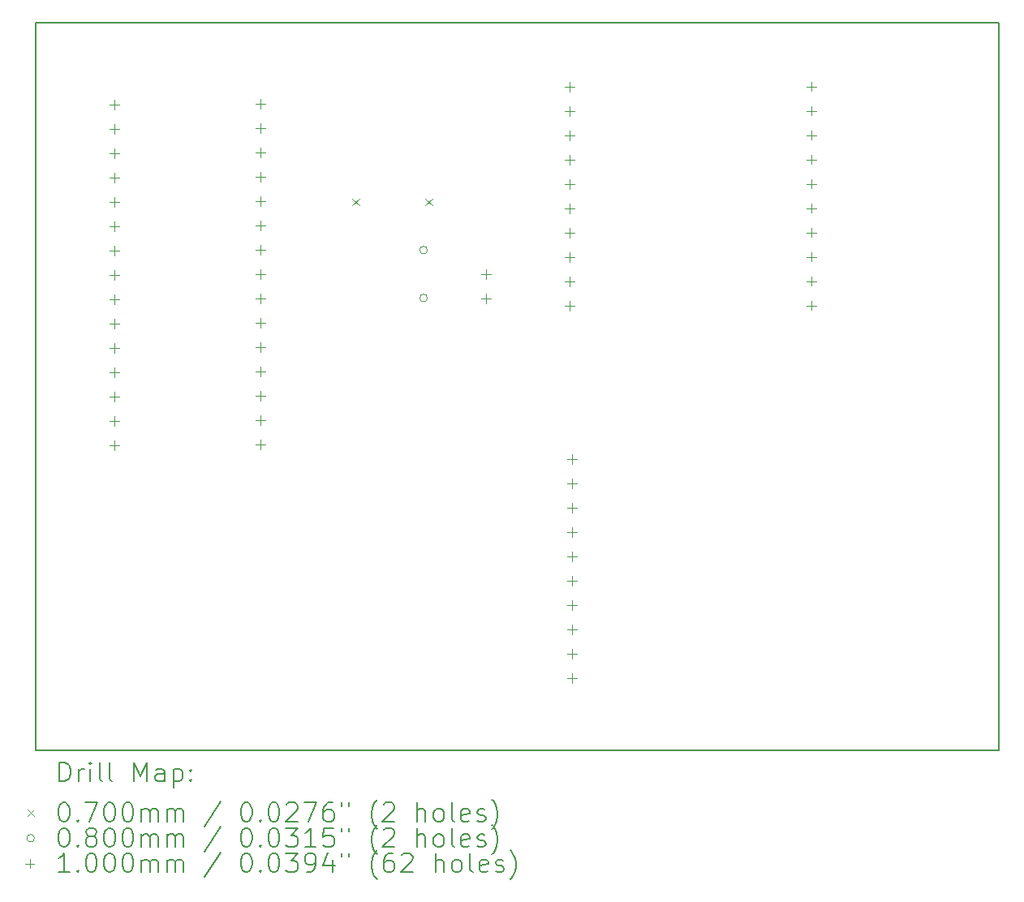
<source format=gbr>
%TF.GenerationSoftware,KiCad,Pcbnew,8.0.1-8.0.1-0~ubuntu23.10.1*%
%TF.CreationDate,2024-04-17T17:53:06-04:00*%
%TF.ProjectId,Bitstream_Evolution_Filterboard,42697473-7472-4656-916d-5f45766f6c75,rev?*%
%TF.SameCoordinates,Original*%
%TF.FileFunction,Drillmap*%
%TF.FilePolarity,Positive*%
%FSLAX45Y45*%
G04 Gerber Fmt 4.5, Leading zero omitted, Abs format (unit mm)*
G04 Created by KiCad (PCBNEW 8.0.1-8.0.1-0~ubuntu23.10.1) date 2024-04-17 17:53:06*
%MOMM*%
%LPD*%
G01*
G04 APERTURE LIST*
%ADD10C,0.200000*%
%ADD11C,0.100000*%
G04 APERTURE END LIST*
D10*
X6050000Y-6819000D02*
X16100000Y-6819000D01*
X16100000Y-14419000D01*
X6050000Y-14419000D01*
X6050000Y-6819000D01*
D11*
X9359000Y-8659000D02*
X9429000Y-8729000D01*
X9429000Y-8659000D02*
X9359000Y-8729000D01*
X10121000Y-8659000D02*
X10191000Y-8729000D01*
X10191000Y-8659000D02*
X10121000Y-8729000D01*
X10140000Y-9194000D02*
G75*
G02*
X10060000Y-9194000I-40000J0D01*
G01*
X10060000Y-9194000D02*
G75*
G02*
X10140000Y-9194000I40000J0D01*
G01*
X10140000Y-9694000D02*
G75*
G02*
X10060000Y-9694000I-40000J0D01*
G01*
X10060000Y-9694000D02*
G75*
G02*
X10140000Y-9694000I40000J0D01*
G01*
X6875000Y-7623000D02*
X6875000Y-7723000D01*
X6825000Y-7673000D02*
X6925000Y-7673000D01*
X6875000Y-7877000D02*
X6875000Y-7977000D01*
X6825000Y-7927000D02*
X6925000Y-7927000D01*
X6875000Y-8131000D02*
X6875000Y-8231000D01*
X6825000Y-8181000D02*
X6925000Y-8181000D01*
X6875000Y-8385000D02*
X6875000Y-8485000D01*
X6825000Y-8435000D02*
X6925000Y-8435000D01*
X6875000Y-8639000D02*
X6875000Y-8739000D01*
X6825000Y-8689000D02*
X6925000Y-8689000D01*
X6875000Y-8893000D02*
X6875000Y-8993000D01*
X6825000Y-8943000D02*
X6925000Y-8943000D01*
X6875000Y-9147000D02*
X6875000Y-9247000D01*
X6825000Y-9197000D02*
X6925000Y-9197000D01*
X6875000Y-9401000D02*
X6875000Y-9501000D01*
X6825000Y-9451000D02*
X6925000Y-9451000D01*
X6875000Y-9655000D02*
X6875000Y-9755000D01*
X6825000Y-9705000D02*
X6925000Y-9705000D01*
X6875000Y-9909000D02*
X6875000Y-10009000D01*
X6825000Y-9959000D02*
X6925000Y-9959000D01*
X6875000Y-10163000D02*
X6875000Y-10263000D01*
X6825000Y-10213000D02*
X6925000Y-10213000D01*
X6875000Y-10417000D02*
X6875000Y-10517000D01*
X6825000Y-10467000D02*
X6925000Y-10467000D01*
X6875000Y-10671000D02*
X6875000Y-10771000D01*
X6825000Y-10721000D02*
X6925000Y-10721000D01*
X6875000Y-10925000D02*
X6875000Y-11025000D01*
X6825000Y-10975000D02*
X6925000Y-10975000D01*
X6875000Y-11179000D02*
X6875000Y-11279000D01*
X6825000Y-11229000D02*
X6925000Y-11229000D01*
X8400000Y-7617000D02*
X8400000Y-7717000D01*
X8350000Y-7667000D02*
X8450000Y-7667000D01*
X8400000Y-7871000D02*
X8400000Y-7971000D01*
X8350000Y-7921000D02*
X8450000Y-7921000D01*
X8400000Y-8125000D02*
X8400000Y-8225000D01*
X8350000Y-8175000D02*
X8450000Y-8175000D01*
X8400000Y-8379000D02*
X8400000Y-8479000D01*
X8350000Y-8429000D02*
X8450000Y-8429000D01*
X8400000Y-8633000D02*
X8400000Y-8733000D01*
X8350000Y-8683000D02*
X8450000Y-8683000D01*
X8400000Y-8887000D02*
X8400000Y-8987000D01*
X8350000Y-8937000D02*
X8450000Y-8937000D01*
X8400000Y-9141000D02*
X8400000Y-9241000D01*
X8350000Y-9191000D02*
X8450000Y-9191000D01*
X8400000Y-9395000D02*
X8400000Y-9495000D01*
X8350000Y-9445000D02*
X8450000Y-9445000D01*
X8400000Y-9649000D02*
X8400000Y-9749000D01*
X8350000Y-9699000D02*
X8450000Y-9699000D01*
X8400000Y-9903000D02*
X8400000Y-10003000D01*
X8350000Y-9953000D02*
X8450000Y-9953000D01*
X8400000Y-10157000D02*
X8400000Y-10257000D01*
X8350000Y-10207000D02*
X8450000Y-10207000D01*
X8400000Y-10411000D02*
X8400000Y-10511000D01*
X8350000Y-10461000D02*
X8450000Y-10461000D01*
X8400000Y-10665000D02*
X8400000Y-10765000D01*
X8350000Y-10715000D02*
X8450000Y-10715000D01*
X8400000Y-10919000D02*
X8400000Y-11019000D01*
X8350000Y-10969000D02*
X8450000Y-10969000D01*
X8400000Y-11173000D02*
X8400000Y-11273000D01*
X8350000Y-11223000D02*
X8450000Y-11223000D01*
X10750000Y-9394000D02*
X10750000Y-9494000D01*
X10700000Y-9444000D02*
X10800000Y-9444000D01*
X10750000Y-9648000D02*
X10750000Y-9748000D01*
X10700000Y-9698000D02*
X10800000Y-9698000D01*
X11625000Y-7442000D02*
X11625000Y-7542000D01*
X11575000Y-7492000D02*
X11675000Y-7492000D01*
X11625000Y-7696000D02*
X11625000Y-7796000D01*
X11575000Y-7746000D02*
X11675000Y-7746000D01*
X11625000Y-7950000D02*
X11625000Y-8050000D01*
X11575000Y-8000000D02*
X11675000Y-8000000D01*
X11625000Y-8204000D02*
X11625000Y-8304000D01*
X11575000Y-8254000D02*
X11675000Y-8254000D01*
X11625000Y-8458000D02*
X11625000Y-8558000D01*
X11575000Y-8508000D02*
X11675000Y-8508000D01*
X11625000Y-8712000D02*
X11625000Y-8812000D01*
X11575000Y-8762000D02*
X11675000Y-8762000D01*
X11625000Y-8966000D02*
X11625000Y-9066000D01*
X11575000Y-9016000D02*
X11675000Y-9016000D01*
X11625000Y-9220000D02*
X11625000Y-9320000D01*
X11575000Y-9270000D02*
X11675000Y-9270000D01*
X11625000Y-9474000D02*
X11625000Y-9574000D01*
X11575000Y-9524000D02*
X11675000Y-9524000D01*
X11625000Y-9728000D02*
X11625000Y-9828000D01*
X11575000Y-9778000D02*
X11675000Y-9778000D01*
X11650000Y-11329000D02*
X11650000Y-11429000D01*
X11600000Y-11379000D02*
X11700000Y-11379000D01*
X11650000Y-11583000D02*
X11650000Y-11683000D01*
X11600000Y-11633000D02*
X11700000Y-11633000D01*
X11650000Y-11837000D02*
X11650000Y-11937000D01*
X11600000Y-11887000D02*
X11700000Y-11887000D01*
X11650000Y-12091000D02*
X11650000Y-12191000D01*
X11600000Y-12141000D02*
X11700000Y-12141000D01*
X11650000Y-12345000D02*
X11650000Y-12445000D01*
X11600000Y-12395000D02*
X11700000Y-12395000D01*
X11650000Y-12599000D02*
X11650000Y-12699000D01*
X11600000Y-12649000D02*
X11700000Y-12649000D01*
X11650000Y-12853000D02*
X11650000Y-12953000D01*
X11600000Y-12903000D02*
X11700000Y-12903000D01*
X11650000Y-13107000D02*
X11650000Y-13207000D01*
X11600000Y-13157000D02*
X11700000Y-13157000D01*
X11650000Y-13361000D02*
X11650000Y-13461000D01*
X11600000Y-13411000D02*
X11700000Y-13411000D01*
X11650000Y-13615000D02*
X11650000Y-13715000D01*
X11600000Y-13665000D02*
X11700000Y-13665000D01*
X14150000Y-7436000D02*
X14150000Y-7536000D01*
X14100000Y-7486000D02*
X14200000Y-7486000D01*
X14150000Y-7690000D02*
X14150000Y-7790000D01*
X14100000Y-7740000D02*
X14200000Y-7740000D01*
X14150000Y-7944000D02*
X14150000Y-8044000D01*
X14100000Y-7994000D02*
X14200000Y-7994000D01*
X14150000Y-8198000D02*
X14150000Y-8298000D01*
X14100000Y-8248000D02*
X14200000Y-8248000D01*
X14150000Y-8452000D02*
X14150000Y-8552000D01*
X14100000Y-8502000D02*
X14200000Y-8502000D01*
X14150000Y-8706000D02*
X14150000Y-8806000D01*
X14100000Y-8756000D02*
X14200000Y-8756000D01*
X14150000Y-8960000D02*
X14150000Y-9060000D01*
X14100000Y-9010000D02*
X14200000Y-9010000D01*
X14150000Y-9214000D02*
X14150000Y-9314000D01*
X14100000Y-9264000D02*
X14200000Y-9264000D01*
X14150000Y-9468000D02*
X14150000Y-9568000D01*
X14100000Y-9518000D02*
X14200000Y-9518000D01*
X14150000Y-9722000D02*
X14150000Y-9822000D01*
X14100000Y-9772000D02*
X14200000Y-9772000D01*
D10*
X6300777Y-14740484D02*
X6300777Y-14540484D01*
X6300777Y-14540484D02*
X6348396Y-14540484D01*
X6348396Y-14540484D02*
X6376967Y-14550008D01*
X6376967Y-14550008D02*
X6396015Y-14569055D01*
X6396015Y-14569055D02*
X6405539Y-14588103D01*
X6405539Y-14588103D02*
X6415062Y-14626198D01*
X6415062Y-14626198D02*
X6415062Y-14654769D01*
X6415062Y-14654769D02*
X6405539Y-14692865D01*
X6405539Y-14692865D02*
X6396015Y-14711912D01*
X6396015Y-14711912D02*
X6376967Y-14730960D01*
X6376967Y-14730960D02*
X6348396Y-14740484D01*
X6348396Y-14740484D02*
X6300777Y-14740484D01*
X6500777Y-14740484D02*
X6500777Y-14607150D01*
X6500777Y-14645246D02*
X6510301Y-14626198D01*
X6510301Y-14626198D02*
X6519824Y-14616674D01*
X6519824Y-14616674D02*
X6538872Y-14607150D01*
X6538872Y-14607150D02*
X6557920Y-14607150D01*
X6624586Y-14740484D02*
X6624586Y-14607150D01*
X6624586Y-14540484D02*
X6615062Y-14550008D01*
X6615062Y-14550008D02*
X6624586Y-14559531D01*
X6624586Y-14559531D02*
X6634110Y-14550008D01*
X6634110Y-14550008D02*
X6624586Y-14540484D01*
X6624586Y-14540484D02*
X6624586Y-14559531D01*
X6748396Y-14740484D02*
X6729348Y-14730960D01*
X6729348Y-14730960D02*
X6719824Y-14711912D01*
X6719824Y-14711912D02*
X6719824Y-14540484D01*
X6853158Y-14740484D02*
X6834110Y-14730960D01*
X6834110Y-14730960D02*
X6824586Y-14711912D01*
X6824586Y-14711912D02*
X6824586Y-14540484D01*
X7081729Y-14740484D02*
X7081729Y-14540484D01*
X7081729Y-14540484D02*
X7148396Y-14683341D01*
X7148396Y-14683341D02*
X7215062Y-14540484D01*
X7215062Y-14540484D02*
X7215062Y-14740484D01*
X7396015Y-14740484D02*
X7396015Y-14635722D01*
X7396015Y-14635722D02*
X7386491Y-14616674D01*
X7386491Y-14616674D02*
X7367443Y-14607150D01*
X7367443Y-14607150D02*
X7329348Y-14607150D01*
X7329348Y-14607150D02*
X7310301Y-14616674D01*
X7396015Y-14730960D02*
X7376967Y-14740484D01*
X7376967Y-14740484D02*
X7329348Y-14740484D01*
X7329348Y-14740484D02*
X7310301Y-14730960D01*
X7310301Y-14730960D02*
X7300777Y-14711912D01*
X7300777Y-14711912D02*
X7300777Y-14692865D01*
X7300777Y-14692865D02*
X7310301Y-14673817D01*
X7310301Y-14673817D02*
X7329348Y-14664293D01*
X7329348Y-14664293D02*
X7376967Y-14664293D01*
X7376967Y-14664293D02*
X7396015Y-14654769D01*
X7491253Y-14607150D02*
X7491253Y-14807150D01*
X7491253Y-14616674D02*
X7510301Y-14607150D01*
X7510301Y-14607150D02*
X7548396Y-14607150D01*
X7548396Y-14607150D02*
X7567443Y-14616674D01*
X7567443Y-14616674D02*
X7576967Y-14626198D01*
X7576967Y-14626198D02*
X7586491Y-14645246D01*
X7586491Y-14645246D02*
X7586491Y-14702388D01*
X7586491Y-14702388D02*
X7576967Y-14721436D01*
X7576967Y-14721436D02*
X7567443Y-14730960D01*
X7567443Y-14730960D02*
X7548396Y-14740484D01*
X7548396Y-14740484D02*
X7510301Y-14740484D01*
X7510301Y-14740484D02*
X7491253Y-14730960D01*
X7672205Y-14721436D02*
X7681729Y-14730960D01*
X7681729Y-14730960D02*
X7672205Y-14740484D01*
X7672205Y-14740484D02*
X7662682Y-14730960D01*
X7662682Y-14730960D02*
X7672205Y-14721436D01*
X7672205Y-14721436D02*
X7672205Y-14740484D01*
X7672205Y-14616674D02*
X7681729Y-14626198D01*
X7681729Y-14626198D02*
X7672205Y-14635722D01*
X7672205Y-14635722D02*
X7662682Y-14626198D01*
X7662682Y-14626198D02*
X7672205Y-14616674D01*
X7672205Y-14616674D02*
X7672205Y-14635722D01*
D11*
X5970000Y-15034000D02*
X6040000Y-15104000D01*
X6040000Y-15034000D02*
X5970000Y-15104000D01*
D10*
X6338872Y-14960484D02*
X6357920Y-14960484D01*
X6357920Y-14960484D02*
X6376967Y-14970008D01*
X6376967Y-14970008D02*
X6386491Y-14979531D01*
X6386491Y-14979531D02*
X6396015Y-14998579D01*
X6396015Y-14998579D02*
X6405539Y-15036674D01*
X6405539Y-15036674D02*
X6405539Y-15084293D01*
X6405539Y-15084293D02*
X6396015Y-15122388D01*
X6396015Y-15122388D02*
X6386491Y-15141436D01*
X6386491Y-15141436D02*
X6376967Y-15150960D01*
X6376967Y-15150960D02*
X6357920Y-15160484D01*
X6357920Y-15160484D02*
X6338872Y-15160484D01*
X6338872Y-15160484D02*
X6319824Y-15150960D01*
X6319824Y-15150960D02*
X6310301Y-15141436D01*
X6310301Y-15141436D02*
X6300777Y-15122388D01*
X6300777Y-15122388D02*
X6291253Y-15084293D01*
X6291253Y-15084293D02*
X6291253Y-15036674D01*
X6291253Y-15036674D02*
X6300777Y-14998579D01*
X6300777Y-14998579D02*
X6310301Y-14979531D01*
X6310301Y-14979531D02*
X6319824Y-14970008D01*
X6319824Y-14970008D02*
X6338872Y-14960484D01*
X6491253Y-15141436D02*
X6500777Y-15150960D01*
X6500777Y-15150960D02*
X6491253Y-15160484D01*
X6491253Y-15160484D02*
X6481729Y-15150960D01*
X6481729Y-15150960D02*
X6491253Y-15141436D01*
X6491253Y-15141436D02*
X6491253Y-15160484D01*
X6567443Y-14960484D02*
X6700777Y-14960484D01*
X6700777Y-14960484D02*
X6615062Y-15160484D01*
X6815062Y-14960484D02*
X6834110Y-14960484D01*
X6834110Y-14960484D02*
X6853158Y-14970008D01*
X6853158Y-14970008D02*
X6862682Y-14979531D01*
X6862682Y-14979531D02*
X6872205Y-14998579D01*
X6872205Y-14998579D02*
X6881729Y-15036674D01*
X6881729Y-15036674D02*
X6881729Y-15084293D01*
X6881729Y-15084293D02*
X6872205Y-15122388D01*
X6872205Y-15122388D02*
X6862682Y-15141436D01*
X6862682Y-15141436D02*
X6853158Y-15150960D01*
X6853158Y-15150960D02*
X6834110Y-15160484D01*
X6834110Y-15160484D02*
X6815062Y-15160484D01*
X6815062Y-15160484D02*
X6796015Y-15150960D01*
X6796015Y-15150960D02*
X6786491Y-15141436D01*
X6786491Y-15141436D02*
X6776967Y-15122388D01*
X6776967Y-15122388D02*
X6767443Y-15084293D01*
X6767443Y-15084293D02*
X6767443Y-15036674D01*
X6767443Y-15036674D02*
X6776967Y-14998579D01*
X6776967Y-14998579D02*
X6786491Y-14979531D01*
X6786491Y-14979531D02*
X6796015Y-14970008D01*
X6796015Y-14970008D02*
X6815062Y-14960484D01*
X7005539Y-14960484D02*
X7024586Y-14960484D01*
X7024586Y-14960484D02*
X7043634Y-14970008D01*
X7043634Y-14970008D02*
X7053158Y-14979531D01*
X7053158Y-14979531D02*
X7062682Y-14998579D01*
X7062682Y-14998579D02*
X7072205Y-15036674D01*
X7072205Y-15036674D02*
X7072205Y-15084293D01*
X7072205Y-15084293D02*
X7062682Y-15122388D01*
X7062682Y-15122388D02*
X7053158Y-15141436D01*
X7053158Y-15141436D02*
X7043634Y-15150960D01*
X7043634Y-15150960D02*
X7024586Y-15160484D01*
X7024586Y-15160484D02*
X7005539Y-15160484D01*
X7005539Y-15160484D02*
X6986491Y-15150960D01*
X6986491Y-15150960D02*
X6976967Y-15141436D01*
X6976967Y-15141436D02*
X6967443Y-15122388D01*
X6967443Y-15122388D02*
X6957920Y-15084293D01*
X6957920Y-15084293D02*
X6957920Y-15036674D01*
X6957920Y-15036674D02*
X6967443Y-14998579D01*
X6967443Y-14998579D02*
X6976967Y-14979531D01*
X6976967Y-14979531D02*
X6986491Y-14970008D01*
X6986491Y-14970008D02*
X7005539Y-14960484D01*
X7157920Y-15160484D02*
X7157920Y-15027150D01*
X7157920Y-15046198D02*
X7167443Y-15036674D01*
X7167443Y-15036674D02*
X7186491Y-15027150D01*
X7186491Y-15027150D02*
X7215063Y-15027150D01*
X7215063Y-15027150D02*
X7234110Y-15036674D01*
X7234110Y-15036674D02*
X7243634Y-15055722D01*
X7243634Y-15055722D02*
X7243634Y-15160484D01*
X7243634Y-15055722D02*
X7253158Y-15036674D01*
X7253158Y-15036674D02*
X7272205Y-15027150D01*
X7272205Y-15027150D02*
X7300777Y-15027150D01*
X7300777Y-15027150D02*
X7319824Y-15036674D01*
X7319824Y-15036674D02*
X7329348Y-15055722D01*
X7329348Y-15055722D02*
X7329348Y-15160484D01*
X7424586Y-15160484D02*
X7424586Y-15027150D01*
X7424586Y-15046198D02*
X7434110Y-15036674D01*
X7434110Y-15036674D02*
X7453158Y-15027150D01*
X7453158Y-15027150D02*
X7481729Y-15027150D01*
X7481729Y-15027150D02*
X7500777Y-15036674D01*
X7500777Y-15036674D02*
X7510301Y-15055722D01*
X7510301Y-15055722D02*
X7510301Y-15160484D01*
X7510301Y-15055722D02*
X7519824Y-15036674D01*
X7519824Y-15036674D02*
X7538872Y-15027150D01*
X7538872Y-15027150D02*
X7567443Y-15027150D01*
X7567443Y-15027150D02*
X7586491Y-15036674D01*
X7586491Y-15036674D02*
X7596015Y-15055722D01*
X7596015Y-15055722D02*
X7596015Y-15160484D01*
X7986491Y-14950960D02*
X7815063Y-15208103D01*
X8243634Y-14960484D02*
X8262682Y-14960484D01*
X8262682Y-14960484D02*
X8281729Y-14970008D01*
X8281729Y-14970008D02*
X8291253Y-14979531D01*
X8291253Y-14979531D02*
X8300777Y-14998579D01*
X8300777Y-14998579D02*
X8310301Y-15036674D01*
X8310301Y-15036674D02*
X8310301Y-15084293D01*
X8310301Y-15084293D02*
X8300777Y-15122388D01*
X8300777Y-15122388D02*
X8291253Y-15141436D01*
X8291253Y-15141436D02*
X8281729Y-15150960D01*
X8281729Y-15150960D02*
X8262682Y-15160484D01*
X8262682Y-15160484D02*
X8243634Y-15160484D01*
X8243634Y-15160484D02*
X8224586Y-15150960D01*
X8224586Y-15150960D02*
X8215063Y-15141436D01*
X8215063Y-15141436D02*
X8205539Y-15122388D01*
X8205539Y-15122388D02*
X8196015Y-15084293D01*
X8196015Y-15084293D02*
X8196015Y-15036674D01*
X8196015Y-15036674D02*
X8205539Y-14998579D01*
X8205539Y-14998579D02*
X8215063Y-14979531D01*
X8215063Y-14979531D02*
X8224586Y-14970008D01*
X8224586Y-14970008D02*
X8243634Y-14960484D01*
X8396015Y-15141436D02*
X8405539Y-15150960D01*
X8405539Y-15150960D02*
X8396015Y-15160484D01*
X8396015Y-15160484D02*
X8386491Y-15150960D01*
X8386491Y-15150960D02*
X8396015Y-15141436D01*
X8396015Y-15141436D02*
X8396015Y-15160484D01*
X8529348Y-14960484D02*
X8548396Y-14960484D01*
X8548396Y-14960484D02*
X8567444Y-14970008D01*
X8567444Y-14970008D02*
X8576968Y-14979531D01*
X8576968Y-14979531D02*
X8586491Y-14998579D01*
X8586491Y-14998579D02*
X8596015Y-15036674D01*
X8596015Y-15036674D02*
X8596015Y-15084293D01*
X8596015Y-15084293D02*
X8586491Y-15122388D01*
X8586491Y-15122388D02*
X8576968Y-15141436D01*
X8576968Y-15141436D02*
X8567444Y-15150960D01*
X8567444Y-15150960D02*
X8548396Y-15160484D01*
X8548396Y-15160484D02*
X8529348Y-15160484D01*
X8529348Y-15160484D02*
X8510301Y-15150960D01*
X8510301Y-15150960D02*
X8500777Y-15141436D01*
X8500777Y-15141436D02*
X8491253Y-15122388D01*
X8491253Y-15122388D02*
X8481729Y-15084293D01*
X8481729Y-15084293D02*
X8481729Y-15036674D01*
X8481729Y-15036674D02*
X8491253Y-14998579D01*
X8491253Y-14998579D02*
X8500777Y-14979531D01*
X8500777Y-14979531D02*
X8510301Y-14970008D01*
X8510301Y-14970008D02*
X8529348Y-14960484D01*
X8672206Y-14979531D02*
X8681729Y-14970008D01*
X8681729Y-14970008D02*
X8700777Y-14960484D01*
X8700777Y-14960484D02*
X8748396Y-14960484D01*
X8748396Y-14960484D02*
X8767444Y-14970008D01*
X8767444Y-14970008D02*
X8776968Y-14979531D01*
X8776968Y-14979531D02*
X8786491Y-14998579D01*
X8786491Y-14998579D02*
X8786491Y-15017627D01*
X8786491Y-15017627D02*
X8776968Y-15046198D01*
X8776968Y-15046198D02*
X8662682Y-15160484D01*
X8662682Y-15160484D02*
X8786491Y-15160484D01*
X8853158Y-14960484D02*
X8986491Y-14960484D01*
X8986491Y-14960484D02*
X8900777Y-15160484D01*
X9148396Y-14960484D02*
X9110301Y-14960484D01*
X9110301Y-14960484D02*
X9091253Y-14970008D01*
X9091253Y-14970008D02*
X9081729Y-14979531D01*
X9081729Y-14979531D02*
X9062682Y-15008103D01*
X9062682Y-15008103D02*
X9053158Y-15046198D01*
X9053158Y-15046198D02*
X9053158Y-15122388D01*
X9053158Y-15122388D02*
X9062682Y-15141436D01*
X9062682Y-15141436D02*
X9072206Y-15150960D01*
X9072206Y-15150960D02*
X9091253Y-15160484D01*
X9091253Y-15160484D02*
X9129349Y-15160484D01*
X9129349Y-15160484D02*
X9148396Y-15150960D01*
X9148396Y-15150960D02*
X9157920Y-15141436D01*
X9157920Y-15141436D02*
X9167444Y-15122388D01*
X9167444Y-15122388D02*
X9167444Y-15074769D01*
X9167444Y-15074769D02*
X9157920Y-15055722D01*
X9157920Y-15055722D02*
X9148396Y-15046198D01*
X9148396Y-15046198D02*
X9129349Y-15036674D01*
X9129349Y-15036674D02*
X9091253Y-15036674D01*
X9091253Y-15036674D02*
X9072206Y-15046198D01*
X9072206Y-15046198D02*
X9062682Y-15055722D01*
X9062682Y-15055722D02*
X9053158Y-15074769D01*
X9243634Y-14960484D02*
X9243634Y-14998579D01*
X9319825Y-14960484D02*
X9319825Y-14998579D01*
X9615063Y-15236674D02*
X9605539Y-15227150D01*
X9605539Y-15227150D02*
X9586491Y-15198579D01*
X9586491Y-15198579D02*
X9576968Y-15179531D01*
X9576968Y-15179531D02*
X9567444Y-15150960D01*
X9567444Y-15150960D02*
X9557920Y-15103341D01*
X9557920Y-15103341D02*
X9557920Y-15065246D01*
X9557920Y-15065246D02*
X9567444Y-15017627D01*
X9567444Y-15017627D02*
X9576968Y-14989055D01*
X9576968Y-14989055D02*
X9586491Y-14970008D01*
X9586491Y-14970008D02*
X9605539Y-14941436D01*
X9605539Y-14941436D02*
X9615063Y-14931912D01*
X9681730Y-14979531D02*
X9691253Y-14970008D01*
X9691253Y-14970008D02*
X9710301Y-14960484D01*
X9710301Y-14960484D02*
X9757920Y-14960484D01*
X9757920Y-14960484D02*
X9776968Y-14970008D01*
X9776968Y-14970008D02*
X9786491Y-14979531D01*
X9786491Y-14979531D02*
X9796015Y-14998579D01*
X9796015Y-14998579D02*
X9796015Y-15017627D01*
X9796015Y-15017627D02*
X9786491Y-15046198D01*
X9786491Y-15046198D02*
X9672206Y-15160484D01*
X9672206Y-15160484D02*
X9796015Y-15160484D01*
X10034111Y-15160484D02*
X10034111Y-14960484D01*
X10119825Y-15160484D02*
X10119825Y-15055722D01*
X10119825Y-15055722D02*
X10110301Y-15036674D01*
X10110301Y-15036674D02*
X10091253Y-15027150D01*
X10091253Y-15027150D02*
X10062682Y-15027150D01*
X10062682Y-15027150D02*
X10043634Y-15036674D01*
X10043634Y-15036674D02*
X10034111Y-15046198D01*
X10243634Y-15160484D02*
X10224587Y-15150960D01*
X10224587Y-15150960D02*
X10215063Y-15141436D01*
X10215063Y-15141436D02*
X10205539Y-15122388D01*
X10205539Y-15122388D02*
X10205539Y-15065246D01*
X10205539Y-15065246D02*
X10215063Y-15046198D01*
X10215063Y-15046198D02*
X10224587Y-15036674D01*
X10224587Y-15036674D02*
X10243634Y-15027150D01*
X10243634Y-15027150D02*
X10272206Y-15027150D01*
X10272206Y-15027150D02*
X10291253Y-15036674D01*
X10291253Y-15036674D02*
X10300777Y-15046198D01*
X10300777Y-15046198D02*
X10310301Y-15065246D01*
X10310301Y-15065246D02*
X10310301Y-15122388D01*
X10310301Y-15122388D02*
X10300777Y-15141436D01*
X10300777Y-15141436D02*
X10291253Y-15150960D01*
X10291253Y-15150960D02*
X10272206Y-15160484D01*
X10272206Y-15160484D02*
X10243634Y-15160484D01*
X10424587Y-15160484D02*
X10405539Y-15150960D01*
X10405539Y-15150960D02*
X10396015Y-15131912D01*
X10396015Y-15131912D02*
X10396015Y-14960484D01*
X10576968Y-15150960D02*
X10557920Y-15160484D01*
X10557920Y-15160484D02*
X10519825Y-15160484D01*
X10519825Y-15160484D02*
X10500777Y-15150960D01*
X10500777Y-15150960D02*
X10491253Y-15131912D01*
X10491253Y-15131912D02*
X10491253Y-15055722D01*
X10491253Y-15055722D02*
X10500777Y-15036674D01*
X10500777Y-15036674D02*
X10519825Y-15027150D01*
X10519825Y-15027150D02*
X10557920Y-15027150D01*
X10557920Y-15027150D02*
X10576968Y-15036674D01*
X10576968Y-15036674D02*
X10586492Y-15055722D01*
X10586492Y-15055722D02*
X10586492Y-15074769D01*
X10586492Y-15074769D02*
X10491253Y-15093817D01*
X10662682Y-15150960D02*
X10681730Y-15160484D01*
X10681730Y-15160484D02*
X10719825Y-15160484D01*
X10719825Y-15160484D02*
X10738873Y-15150960D01*
X10738873Y-15150960D02*
X10748396Y-15131912D01*
X10748396Y-15131912D02*
X10748396Y-15122388D01*
X10748396Y-15122388D02*
X10738873Y-15103341D01*
X10738873Y-15103341D02*
X10719825Y-15093817D01*
X10719825Y-15093817D02*
X10691253Y-15093817D01*
X10691253Y-15093817D02*
X10672206Y-15084293D01*
X10672206Y-15084293D02*
X10662682Y-15065246D01*
X10662682Y-15065246D02*
X10662682Y-15055722D01*
X10662682Y-15055722D02*
X10672206Y-15036674D01*
X10672206Y-15036674D02*
X10691253Y-15027150D01*
X10691253Y-15027150D02*
X10719825Y-15027150D01*
X10719825Y-15027150D02*
X10738873Y-15036674D01*
X10815063Y-15236674D02*
X10824587Y-15227150D01*
X10824587Y-15227150D02*
X10843634Y-15198579D01*
X10843634Y-15198579D02*
X10853158Y-15179531D01*
X10853158Y-15179531D02*
X10862682Y-15150960D01*
X10862682Y-15150960D02*
X10872206Y-15103341D01*
X10872206Y-15103341D02*
X10872206Y-15065246D01*
X10872206Y-15065246D02*
X10862682Y-15017627D01*
X10862682Y-15017627D02*
X10853158Y-14989055D01*
X10853158Y-14989055D02*
X10843634Y-14970008D01*
X10843634Y-14970008D02*
X10824587Y-14941436D01*
X10824587Y-14941436D02*
X10815063Y-14931912D01*
D11*
X6040000Y-15333000D02*
G75*
G02*
X5960000Y-15333000I-40000J0D01*
G01*
X5960000Y-15333000D02*
G75*
G02*
X6040000Y-15333000I40000J0D01*
G01*
D10*
X6338872Y-15224484D02*
X6357920Y-15224484D01*
X6357920Y-15224484D02*
X6376967Y-15234008D01*
X6376967Y-15234008D02*
X6386491Y-15243531D01*
X6386491Y-15243531D02*
X6396015Y-15262579D01*
X6396015Y-15262579D02*
X6405539Y-15300674D01*
X6405539Y-15300674D02*
X6405539Y-15348293D01*
X6405539Y-15348293D02*
X6396015Y-15386388D01*
X6396015Y-15386388D02*
X6386491Y-15405436D01*
X6386491Y-15405436D02*
X6376967Y-15414960D01*
X6376967Y-15414960D02*
X6357920Y-15424484D01*
X6357920Y-15424484D02*
X6338872Y-15424484D01*
X6338872Y-15424484D02*
X6319824Y-15414960D01*
X6319824Y-15414960D02*
X6310301Y-15405436D01*
X6310301Y-15405436D02*
X6300777Y-15386388D01*
X6300777Y-15386388D02*
X6291253Y-15348293D01*
X6291253Y-15348293D02*
X6291253Y-15300674D01*
X6291253Y-15300674D02*
X6300777Y-15262579D01*
X6300777Y-15262579D02*
X6310301Y-15243531D01*
X6310301Y-15243531D02*
X6319824Y-15234008D01*
X6319824Y-15234008D02*
X6338872Y-15224484D01*
X6491253Y-15405436D02*
X6500777Y-15414960D01*
X6500777Y-15414960D02*
X6491253Y-15424484D01*
X6491253Y-15424484D02*
X6481729Y-15414960D01*
X6481729Y-15414960D02*
X6491253Y-15405436D01*
X6491253Y-15405436D02*
X6491253Y-15424484D01*
X6615062Y-15310198D02*
X6596015Y-15300674D01*
X6596015Y-15300674D02*
X6586491Y-15291150D01*
X6586491Y-15291150D02*
X6576967Y-15272103D01*
X6576967Y-15272103D02*
X6576967Y-15262579D01*
X6576967Y-15262579D02*
X6586491Y-15243531D01*
X6586491Y-15243531D02*
X6596015Y-15234008D01*
X6596015Y-15234008D02*
X6615062Y-15224484D01*
X6615062Y-15224484D02*
X6653158Y-15224484D01*
X6653158Y-15224484D02*
X6672205Y-15234008D01*
X6672205Y-15234008D02*
X6681729Y-15243531D01*
X6681729Y-15243531D02*
X6691253Y-15262579D01*
X6691253Y-15262579D02*
X6691253Y-15272103D01*
X6691253Y-15272103D02*
X6681729Y-15291150D01*
X6681729Y-15291150D02*
X6672205Y-15300674D01*
X6672205Y-15300674D02*
X6653158Y-15310198D01*
X6653158Y-15310198D02*
X6615062Y-15310198D01*
X6615062Y-15310198D02*
X6596015Y-15319722D01*
X6596015Y-15319722D02*
X6586491Y-15329246D01*
X6586491Y-15329246D02*
X6576967Y-15348293D01*
X6576967Y-15348293D02*
X6576967Y-15386388D01*
X6576967Y-15386388D02*
X6586491Y-15405436D01*
X6586491Y-15405436D02*
X6596015Y-15414960D01*
X6596015Y-15414960D02*
X6615062Y-15424484D01*
X6615062Y-15424484D02*
X6653158Y-15424484D01*
X6653158Y-15424484D02*
X6672205Y-15414960D01*
X6672205Y-15414960D02*
X6681729Y-15405436D01*
X6681729Y-15405436D02*
X6691253Y-15386388D01*
X6691253Y-15386388D02*
X6691253Y-15348293D01*
X6691253Y-15348293D02*
X6681729Y-15329246D01*
X6681729Y-15329246D02*
X6672205Y-15319722D01*
X6672205Y-15319722D02*
X6653158Y-15310198D01*
X6815062Y-15224484D02*
X6834110Y-15224484D01*
X6834110Y-15224484D02*
X6853158Y-15234008D01*
X6853158Y-15234008D02*
X6862682Y-15243531D01*
X6862682Y-15243531D02*
X6872205Y-15262579D01*
X6872205Y-15262579D02*
X6881729Y-15300674D01*
X6881729Y-15300674D02*
X6881729Y-15348293D01*
X6881729Y-15348293D02*
X6872205Y-15386388D01*
X6872205Y-15386388D02*
X6862682Y-15405436D01*
X6862682Y-15405436D02*
X6853158Y-15414960D01*
X6853158Y-15414960D02*
X6834110Y-15424484D01*
X6834110Y-15424484D02*
X6815062Y-15424484D01*
X6815062Y-15424484D02*
X6796015Y-15414960D01*
X6796015Y-15414960D02*
X6786491Y-15405436D01*
X6786491Y-15405436D02*
X6776967Y-15386388D01*
X6776967Y-15386388D02*
X6767443Y-15348293D01*
X6767443Y-15348293D02*
X6767443Y-15300674D01*
X6767443Y-15300674D02*
X6776967Y-15262579D01*
X6776967Y-15262579D02*
X6786491Y-15243531D01*
X6786491Y-15243531D02*
X6796015Y-15234008D01*
X6796015Y-15234008D02*
X6815062Y-15224484D01*
X7005539Y-15224484D02*
X7024586Y-15224484D01*
X7024586Y-15224484D02*
X7043634Y-15234008D01*
X7043634Y-15234008D02*
X7053158Y-15243531D01*
X7053158Y-15243531D02*
X7062682Y-15262579D01*
X7062682Y-15262579D02*
X7072205Y-15300674D01*
X7072205Y-15300674D02*
X7072205Y-15348293D01*
X7072205Y-15348293D02*
X7062682Y-15386388D01*
X7062682Y-15386388D02*
X7053158Y-15405436D01*
X7053158Y-15405436D02*
X7043634Y-15414960D01*
X7043634Y-15414960D02*
X7024586Y-15424484D01*
X7024586Y-15424484D02*
X7005539Y-15424484D01*
X7005539Y-15424484D02*
X6986491Y-15414960D01*
X6986491Y-15414960D02*
X6976967Y-15405436D01*
X6976967Y-15405436D02*
X6967443Y-15386388D01*
X6967443Y-15386388D02*
X6957920Y-15348293D01*
X6957920Y-15348293D02*
X6957920Y-15300674D01*
X6957920Y-15300674D02*
X6967443Y-15262579D01*
X6967443Y-15262579D02*
X6976967Y-15243531D01*
X6976967Y-15243531D02*
X6986491Y-15234008D01*
X6986491Y-15234008D02*
X7005539Y-15224484D01*
X7157920Y-15424484D02*
X7157920Y-15291150D01*
X7157920Y-15310198D02*
X7167443Y-15300674D01*
X7167443Y-15300674D02*
X7186491Y-15291150D01*
X7186491Y-15291150D02*
X7215063Y-15291150D01*
X7215063Y-15291150D02*
X7234110Y-15300674D01*
X7234110Y-15300674D02*
X7243634Y-15319722D01*
X7243634Y-15319722D02*
X7243634Y-15424484D01*
X7243634Y-15319722D02*
X7253158Y-15300674D01*
X7253158Y-15300674D02*
X7272205Y-15291150D01*
X7272205Y-15291150D02*
X7300777Y-15291150D01*
X7300777Y-15291150D02*
X7319824Y-15300674D01*
X7319824Y-15300674D02*
X7329348Y-15319722D01*
X7329348Y-15319722D02*
X7329348Y-15424484D01*
X7424586Y-15424484D02*
X7424586Y-15291150D01*
X7424586Y-15310198D02*
X7434110Y-15300674D01*
X7434110Y-15300674D02*
X7453158Y-15291150D01*
X7453158Y-15291150D02*
X7481729Y-15291150D01*
X7481729Y-15291150D02*
X7500777Y-15300674D01*
X7500777Y-15300674D02*
X7510301Y-15319722D01*
X7510301Y-15319722D02*
X7510301Y-15424484D01*
X7510301Y-15319722D02*
X7519824Y-15300674D01*
X7519824Y-15300674D02*
X7538872Y-15291150D01*
X7538872Y-15291150D02*
X7567443Y-15291150D01*
X7567443Y-15291150D02*
X7586491Y-15300674D01*
X7586491Y-15300674D02*
X7596015Y-15319722D01*
X7596015Y-15319722D02*
X7596015Y-15424484D01*
X7986491Y-15214960D02*
X7815063Y-15472103D01*
X8243634Y-15224484D02*
X8262682Y-15224484D01*
X8262682Y-15224484D02*
X8281729Y-15234008D01*
X8281729Y-15234008D02*
X8291253Y-15243531D01*
X8291253Y-15243531D02*
X8300777Y-15262579D01*
X8300777Y-15262579D02*
X8310301Y-15300674D01*
X8310301Y-15300674D02*
X8310301Y-15348293D01*
X8310301Y-15348293D02*
X8300777Y-15386388D01*
X8300777Y-15386388D02*
X8291253Y-15405436D01*
X8291253Y-15405436D02*
X8281729Y-15414960D01*
X8281729Y-15414960D02*
X8262682Y-15424484D01*
X8262682Y-15424484D02*
X8243634Y-15424484D01*
X8243634Y-15424484D02*
X8224586Y-15414960D01*
X8224586Y-15414960D02*
X8215063Y-15405436D01*
X8215063Y-15405436D02*
X8205539Y-15386388D01*
X8205539Y-15386388D02*
X8196015Y-15348293D01*
X8196015Y-15348293D02*
X8196015Y-15300674D01*
X8196015Y-15300674D02*
X8205539Y-15262579D01*
X8205539Y-15262579D02*
X8215063Y-15243531D01*
X8215063Y-15243531D02*
X8224586Y-15234008D01*
X8224586Y-15234008D02*
X8243634Y-15224484D01*
X8396015Y-15405436D02*
X8405539Y-15414960D01*
X8405539Y-15414960D02*
X8396015Y-15424484D01*
X8396015Y-15424484D02*
X8386491Y-15414960D01*
X8386491Y-15414960D02*
X8396015Y-15405436D01*
X8396015Y-15405436D02*
X8396015Y-15424484D01*
X8529348Y-15224484D02*
X8548396Y-15224484D01*
X8548396Y-15224484D02*
X8567444Y-15234008D01*
X8567444Y-15234008D02*
X8576968Y-15243531D01*
X8576968Y-15243531D02*
X8586491Y-15262579D01*
X8586491Y-15262579D02*
X8596015Y-15300674D01*
X8596015Y-15300674D02*
X8596015Y-15348293D01*
X8596015Y-15348293D02*
X8586491Y-15386388D01*
X8586491Y-15386388D02*
X8576968Y-15405436D01*
X8576968Y-15405436D02*
X8567444Y-15414960D01*
X8567444Y-15414960D02*
X8548396Y-15424484D01*
X8548396Y-15424484D02*
X8529348Y-15424484D01*
X8529348Y-15424484D02*
X8510301Y-15414960D01*
X8510301Y-15414960D02*
X8500777Y-15405436D01*
X8500777Y-15405436D02*
X8491253Y-15386388D01*
X8491253Y-15386388D02*
X8481729Y-15348293D01*
X8481729Y-15348293D02*
X8481729Y-15300674D01*
X8481729Y-15300674D02*
X8491253Y-15262579D01*
X8491253Y-15262579D02*
X8500777Y-15243531D01*
X8500777Y-15243531D02*
X8510301Y-15234008D01*
X8510301Y-15234008D02*
X8529348Y-15224484D01*
X8662682Y-15224484D02*
X8786491Y-15224484D01*
X8786491Y-15224484D02*
X8719825Y-15300674D01*
X8719825Y-15300674D02*
X8748396Y-15300674D01*
X8748396Y-15300674D02*
X8767444Y-15310198D01*
X8767444Y-15310198D02*
X8776968Y-15319722D01*
X8776968Y-15319722D02*
X8786491Y-15338769D01*
X8786491Y-15338769D02*
X8786491Y-15386388D01*
X8786491Y-15386388D02*
X8776968Y-15405436D01*
X8776968Y-15405436D02*
X8767444Y-15414960D01*
X8767444Y-15414960D02*
X8748396Y-15424484D01*
X8748396Y-15424484D02*
X8691253Y-15424484D01*
X8691253Y-15424484D02*
X8672206Y-15414960D01*
X8672206Y-15414960D02*
X8662682Y-15405436D01*
X8976968Y-15424484D02*
X8862682Y-15424484D01*
X8919825Y-15424484D02*
X8919825Y-15224484D01*
X8919825Y-15224484D02*
X8900777Y-15253055D01*
X8900777Y-15253055D02*
X8881729Y-15272103D01*
X8881729Y-15272103D02*
X8862682Y-15281627D01*
X9157920Y-15224484D02*
X9062682Y-15224484D01*
X9062682Y-15224484D02*
X9053158Y-15319722D01*
X9053158Y-15319722D02*
X9062682Y-15310198D01*
X9062682Y-15310198D02*
X9081729Y-15300674D01*
X9081729Y-15300674D02*
X9129349Y-15300674D01*
X9129349Y-15300674D02*
X9148396Y-15310198D01*
X9148396Y-15310198D02*
X9157920Y-15319722D01*
X9157920Y-15319722D02*
X9167444Y-15338769D01*
X9167444Y-15338769D02*
X9167444Y-15386388D01*
X9167444Y-15386388D02*
X9157920Y-15405436D01*
X9157920Y-15405436D02*
X9148396Y-15414960D01*
X9148396Y-15414960D02*
X9129349Y-15424484D01*
X9129349Y-15424484D02*
X9081729Y-15424484D01*
X9081729Y-15424484D02*
X9062682Y-15414960D01*
X9062682Y-15414960D02*
X9053158Y-15405436D01*
X9243634Y-15224484D02*
X9243634Y-15262579D01*
X9319825Y-15224484D02*
X9319825Y-15262579D01*
X9615063Y-15500674D02*
X9605539Y-15491150D01*
X9605539Y-15491150D02*
X9586491Y-15462579D01*
X9586491Y-15462579D02*
X9576968Y-15443531D01*
X9576968Y-15443531D02*
X9567444Y-15414960D01*
X9567444Y-15414960D02*
X9557920Y-15367341D01*
X9557920Y-15367341D02*
X9557920Y-15329246D01*
X9557920Y-15329246D02*
X9567444Y-15281627D01*
X9567444Y-15281627D02*
X9576968Y-15253055D01*
X9576968Y-15253055D02*
X9586491Y-15234008D01*
X9586491Y-15234008D02*
X9605539Y-15205436D01*
X9605539Y-15205436D02*
X9615063Y-15195912D01*
X9681730Y-15243531D02*
X9691253Y-15234008D01*
X9691253Y-15234008D02*
X9710301Y-15224484D01*
X9710301Y-15224484D02*
X9757920Y-15224484D01*
X9757920Y-15224484D02*
X9776968Y-15234008D01*
X9776968Y-15234008D02*
X9786491Y-15243531D01*
X9786491Y-15243531D02*
X9796015Y-15262579D01*
X9796015Y-15262579D02*
X9796015Y-15281627D01*
X9796015Y-15281627D02*
X9786491Y-15310198D01*
X9786491Y-15310198D02*
X9672206Y-15424484D01*
X9672206Y-15424484D02*
X9796015Y-15424484D01*
X10034111Y-15424484D02*
X10034111Y-15224484D01*
X10119825Y-15424484D02*
X10119825Y-15319722D01*
X10119825Y-15319722D02*
X10110301Y-15300674D01*
X10110301Y-15300674D02*
X10091253Y-15291150D01*
X10091253Y-15291150D02*
X10062682Y-15291150D01*
X10062682Y-15291150D02*
X10043634Y-15300674D01*
X10043634Y-15300674D02*
X10034111Y-15310198D01*
X10243634Y-15424484D02*
X10224587Y-15414960D01*
X10224587Y-15414960D02*
X10215063Y-15405436D01*
X10215063Y-15405436D02*
X10205539Y-15386388D01*
X10205539Y-15386388D02*
X10205539Y-15329246D01*
X10205539Y-15329246D02*
X10215063Y-15310198D01*
X10215063Y-15310198D02*
X10224587Y-15300674D01*
X10224587Y-15300674D02*
X10243634Y-15291150D01*
X10243634Y-15291150D02*
X10272206Y-15291150D01*
X10272206Y-15291150D02*
X10291253Y-15300674D01*
X10291253Y-15300674D02*
X10300777Y-15310198D01*
X10300777Y-15310198D02*
X10310301Y-15329246D01*
X10310301Y-15329246D02*
X10310301Y-15386388D01*
X10310301Y-15386388D02*
X10300777Y-15405436D01*
X10300777Y-15405436D02*
X10291253Y-15414960D01*
X10291253Y-15414960D02*
X10272206Y-15424484D01*
X10272206Y-15424484D02*
X10243634Y-15424484D01*
X10424587Y-15424484D02*
X10405539Y-15414960D01*
X10405539Y-15414960D02*
X10396015Y-15395912D01*
X10396015Y-15395912D02*
X10396015Y-15224484D01*
X10576968Y-15414960D02*
X10557920Y-15424484D01*
X10557920Y-15424484D02*
X10519825Y-15424484D01*
X10519825Y-15424484D02*
X10500777Y-15414960D01*
X10500777Y-15414960D02*
X10491253Y-15395912D01*
X10491253Y-15395912D02*
X10491253Y-15319722D01*
X10491253Y-15319722D02*
X10500777Y-15300674D01*
X10500777Y-15300674D02*
X10519825Y-15291150D01*
X10519825Y-15291150D02*
X10557920Y-15291150D01*
X10557920Y-15291150D02*
X10576968Y-15300674D01*
X10576968Y-15300674D02*
X10586492Y-15319722D01*
X10586492Y-15319722D02*
X10586492Y-15338769D01*
X10586492Y-15338769D02*
X10491253Y-15357817D01*
X10662682Y-15414960D02*
X10681730Y-15424484D01*
X10681730Y-15424484D02*
X10719825Y-15424484D01*
X10719825Y-15424484D02*
X10738873Y-15414960D01*
X10738873Y-15414960D02*
X10748396Y-15395912D01*
X10748396Y-15395912D02*
X10748396Y-15386388D01*
X10748396Y-15386388D02*
X10738873Y-15367341D01*
X10738873Y-15367341D02*
X10719825Y-15357817D01*
X10719825Y-15357817D02*
X10691253Y-15357817D01*
X10691253Y-15357817D02*
X10672206Y-15348293D01*
X10672206Y-15348293D02*
X10662682Y-15329246D01*
X10662682Y-15329246D02*
X10662682Y-15319722D01*
X10662682Y-15319722D02*
X10672206Y-15300674D01*
X10672206Y-15300674D02*
X10691253Y-15291150D01*
X10691253Y-15291150D02*
X10719825Y-15291150D01*
X10719825Y-15291150D02*
X10738873Y-15300674D01*
X10815063Y-15500674D02*
X10824587Y-15491150D01*
X10824587Y-15491150D02*
X10843634Y-15462579D01*
X10843634Y-15462579D02*
X10853158Y-15443531D01*
X10853158Y-15443531D02*
X10862682Y-15414960D01*
X10862682Y-15414960D02*
X10872206Y-15367341D01*
X10872206Y-15367341D02*
X10872206Y-15329246D01*
X10872206Y-15329246D02*
X10862682Y-15281627D01*
X10862682Y-15281627D02*
X10853158Y-15253055D01*
X10853158Y-15253055D02*
X10843634Y-15234008D01*
X10843634Y-15234008D02*
X10824587Y-15205436D01*
X10824587Y-15205436D02*
X10815063Y-15195912D01*
D11*
X5990000Y-15547000D02*
X5990000Y-15647000D01*
X5940000Y-15597000D02*
X6040000Y-15597000D01*
D10*
X6405539Y-15688484D02*
X6291253Y-15688484D01*
X6348396Y-15688484D02*
X6348396Y-15488484D01*
X6348396Y-15488484D02*
X6329348Y-15517055D01*
X6329348Y-15517055D02*
X6310301Y-15536103D01*
X6310301Y-15536103D02*
X6291253Y-15545627D01*
X6491253Y-15669436D02*
X6500777Y-15678960D01*
X6500777Y-15678960D02*
X6491253Y-15688484D01*
X6491253Y-15688484D02*
X6481729Y-15678960D01*
X6481729Y-15678960D02*
X6491253Y-15669436D01*
X6491253Y-15669436D02*
X6491253Y-15688484D01*
X6624586Y-15488484D02*
X6643634Y-15488484D01*
X6643634Y-15488484D02*
X6662682Y-15498008D01*
X6662682Y-15498008D02*
X6672205Y-15507531D01*
X6672205Y-15507531D02*
X6681729Y-15526579D01*
X6681729Y-15526579D02*
X6691253Y-15564674D01*
X6691253Y-15564674D02*
X6691253Y-15612293D01*
X6691253Y-15612293D02*
X6681729Y-15650388D01*
X6681729Y-15650388D02*
X6672205Y-15669436D01*
X6672205Y-15669436D02*
X6662682Y-15678960D01*
X6662682Y-15678960D02*
X6643634Y-15688484D01*
X6643634Y-15688484D02*
X6624586Y-15688484D01*
X6624586Y-15688484D02*
X6605539Y-15678960D01*
X6605539Y-15678960D02*
X6596015Y-15669436D01*
X6596015Y-15669436D02*
X6586491Y-15650388D01*
X6586491Y-15650388D02*
X6576967Y-15612293D01*
X6576967Y-15612293D02*
X6576967Y-15564674D01*
X6576967Y-15564674D02*
X6586491Y-15526579D01*
X6586491Y-15526579D02*
X6596015Y-15507531D01*
X6596015Y-15507531D02*
X6605539Y-15498008D01*
X6605539Y-15498008D02*
X6624586Y-15488484D01*
X6815062Y-15488484D02*
X6834110Y-15488484D01*
X6834110Y-15488484D02*
X6853158Y-15498008D01*
X6853158Y-15498008D02*
X6862682Y-15507531D01*
X6862682Y-15507531D02*
X6872205Y-15526579D01*
X6872205Y-15526579D02*
X6881729Y-15564674D01*
X6881729Y-15564674D02*
X6881729Y-15612293D01*
X6881729Y-15612293D02*
X6872205Y-15650388D01*
X6872205Y-15650388D02*
X6862682Y-15669436D01*
X6862682Y-15669436D02*
X6853158Y-15678960D01*
X6853158Y-15678960D02*
X6834110Y-15688484D01*
X6834110Y-15688484D02*
X6815062Y-15688484D01*
X6815062Y-15688484D02*
X6796015Y-15678960D01*
X6796015Y-15678960D02*
X6786491Y-15669436D01*
X6786491Y-15669436D02*
X6776967Y-15650388D01*
X6776967Y-15650388D02*
X6767443Y-15612293D01*
X6767443Y-15612293D02*
X6767443Y-15564674D01*
X6767443Y-15564674D02*
X6776967Y-15526579D01*
X6776967Y-15526579D02*
X6786491Y-15507531D01*
X6786491Y-15507531D02*
X6796015Y-15498008D01*
X6796015Y-15498008D02*
X6815062Y-15488484D01*
X7005539Y-15488484D02*
X7024586Y-15488484D01*
X7024586Y-15488484D02*
X7043634Y-15498008D01*
X7043634Y-15498008D02*
X7053158Y-15507531D01*
X7053158Y-15507531D02*
X7062682Y-15526579D01*
X7062682Y-15526579D02*
X7072205Y-15564674D01*
X7072205Y-15564674D02*
X7072205Y-15612293D01*
X7072205Y-15612293D02*
X7062682Y-15650388D01*
X7062682Y-15650388D02*
X7053158Y-15669436D01*
X7053158Y-15669436D02*
X7043634Y-15678960D01*
X7043634Y-15678960D02*
X7024586Y-15688484D01*
X7024586Y-15688484D02*
X7005539Y-15688484D01*
X7005539Y-15688484D02*
X6986491Y-15678960D01*
X6986491Y-15678960D02*
X6976967Y-15669436D01*
X6976967Y-15669436D02*
X6967443Y-15650388D01*
X6967443Y-15650388D02*
X6957920Y-15612293D01*
X6957920Y-15612293D02*
X6957920Y-15564674D01*
X6957920Y-15564674D02*
X6967443Y-15526579D01*
X6967443Y-15526579D02*
X6976967Y-15507531D01*
X6976967Y-15507531D02*
X6986491Y-15498008D01*
X6986491Y-15498008D02*
X7005539Y-15488484D01*
X7157920Y-15688484D02*
X7157920Y-15555150D01*
X7157920Y-15574198D02*
X7167443Y-15564674D01*
X7167443Y-15564674D02*
X7186491Y-15555150D01*
X7186491Y-15555150D02*
X7215063Y-15555150D01*
X7215063Y-15555150D02*
X7234110Y-15564674D01*
X7234110Y-15564674D02*
X7243634Y-15583722D01*
X7243634Y-15583722D02*
X7243634Y-15688484D01*
X7243634Y-15583722D02*
X7253158Y-15564674D01*
X7253158Y-15564674D02*
X7272205Y-15555150D01*
X7272205Y-15555150D02*
X7300777Y-15555150D01*
X7300777Y-15555150D02*
X7319824Y-15564674D01*
X7319824Y-15564674D02*
X7329348Y-15583722D01*
X7329348Y-15583722D02*
X7329348Y-15688484D01*
X7424586Y-15688484D02*
X7424586Y-15555150D01*
X7424586Y-15574198D02*
X7434110Y-15564674D01*
X7434110Y-15564674D02*
X7453158Y-15555150D01*
X7453158Y-15555150D02*
X7481729Y-15555150D01*
X7481729Y-15555150D02*
X7500777Y-15564674D01*
X7500777Y-15564674D02*
X7510301Y-15583722D01*
X7510301Y-15583722D02*
X7510301Y-15688484D01*
X7510301Y-15583722D02*
X7519824Y-15564674D01*
X7519824Y-15564674D02*
X7538872Y-15555150D01*
X7538872Y-15555150D02*
X7567443Y-15555150D01*
X7567443Y-15555150D02*
X7586491Y-15564674D01*
X7586491Y-15564674D02*
X7596015Y-15583722D01*
X7596015Y-15583722D02*
X7596015Y-15688484D01*
X7986491Y-15478960D02*
X7815063Y-15736103D01*
X8243634Y-15488484D02*
X8262682Y-15488484D01*
X8262682Y-15488484D02*
X8281729Y-15498008D01*
X8281729Y-15498008D02*
X8291253Y-15507531D01*
X8291253Y-15507531D02*
X8300777Y-15526579D01*
X8300777Y-15526579D02*
X8310301Y-15564674D01*
X8310301Y-15564674D02*
X8310301Y-15612293D01*
X8310301Y-15612293D02*
X8300777Y-15650388D01*
X8300777Y-15650388D02*
X8291253Y-15669436D01*
X8291253Y-15669436D02*
X8281729Y-15678960D01*
X8281729Y-15678960D02*
X8262682Y-15688484D01*
X8262682Y-15688484D02*
X8243634Y-15688484D01*
X8243634Y-15688484D02*
X8224586Y-15678960D01*
X8224586Y-15678960D02*
X8215063Y-15669436D01*
X8215063Y-15669436D02*
X8205539Y-15650388D01*
X8205539Y-15650388D02*
X8196015Y-15612293D01*
X8196015Y-15612293D02*
X8196015Y-15564674D01*
X8196015Y-15564674D02*
X8205539Y-15526579D01*
X8205539Y-15526579D02*
X8215063Y-15507531D01*
X8215063Y-15507531D02*
X8224586Y-15498008D01*
X8224586Y-15498008D02*
X8243634Y-15488484D01*
X8396015Y-15669436D02*
X8405539Y-15678960D01*
X8405539Y-15678960D02*
X8396015Y-15688484D01*
X8396015Y-15688484D02*
X8386491Y-15678960D01*
X8386491Y-15678960D02*
X8396015Y-15669436D01*
X8396015Y-15669436D02*
X8396015Y-15688484D01*
X8529348Y-15488484D02*
X8548396Y-15488484D01*
X8548396Y-15488484D02*
X8567444Y-15498008D01*
X8567444Y-15498008D02*
X8576968Y-15507531D01*
X8576968Y-15507531D02*
X8586491Y-15526579D01*
X8586491Y-15526579D02*
X8596015Y-15564674D01*
X8596015Y-15564674D02*
X8596015Y-15612293D01*
X8596015Y-15612293D02*
X8586491Y-15650388D01*
X8586491Y-15650388D02*
X8576968Y-15669436D01*
X8576968Y-15669436D02*
X8567444Y-15678960D01*
X8567444Y-15678960D02*
X8548396Y-15688484D01*
X8548396Y-15688484D02*
X8529348Y-15688484D01*
X8529348Y-15688484D02*
X8510301Y-15678960D01*
X8510301Y-15678960D02*
X8500777Y-15669436D01*
X8500777Y-15669436D02*
X8491253Y-15650388D01*
X8491253Y-15650388D02*
X8481729Y-15612293D01*
X8481729Y-15612293D02*
X8481729Y-15564674D01*
X8481729Y-15564674D02*
X8491253Y-15526579D01*
X8491253Y-15526579D02*
X8500777Y-15507531D01*
X8500777Y-15507531D02*
X8510301Y-15498008D01*
X8510301Y-15498008D02*
X8529348Y-15488484D01*
X8662682Y-15488484D02*
X8786491Y-15488484D01*
X8786491Y-15488484D02*
X8719825Y-15564674D01*
X8719825Y-15564674D02*
X8748396Y-15564674D01*
X8748396Y-15564674D02*
X8767444Y-15574198D01*
X8767444Y-15574198D02*
X8776968Y-15583722D01*
X8776968Y-15583722D02*
X8786491Y-15602769D01*
X8786491Y-15602769D02*
X8786491Y-15650388D01*
X8786491Y-15650388D02*
X8776968Y-15669436D01*
X8776968Y-15669436D02*
X8767444Y-15678960D01*
X8767444Y-15678960D02*
X8748396Y-15688484D01*
X8748396Y-15688484D02*
X8691253Y-15688484D01*
X8691253Y-15688484D02*
X8672206Y-15678960D01*
X8672206Y-15678960D02*
X8662682Y-15669436D01*
X8881729Y-15688484D02*
X8919825Y-15688484D01*
X8919825Y-15688484D02*
X8938872Y-15678960D01*
X8938872Y-15678960D02*
X8948396Y-15669436D01*
X8948396Y-15669436D02*
X8967444Y-15640865D01*
X8967444Y-15640865D02*
X8976968Y-15602769D01*
X8976968Y-15602769D02*
X8976968Y-15526579D01*
X8976968Y-15526579D02*
X8967444Y-15507531D01*
X8967444Y-15507531D02*
X8957920Y-15498008D01*
X8957920Y-15498008D02*
X8938872Y-15488484D01*
X8938872Y-15488484D02*
X8900777Y-15488484D01*
X8900777Y-15488484D02*
X8881729Y-15498008D01*
X8881729Y-15498008D02*
X8872206Y-15507531D01*
X8872206Y-15507531D02*
X8862682Y-15526579D01*
X8862682Y-15526579D02*
X8862682Y-15574198D01*
X8862682Y-15574198D02*
X8872206Y-15593246D01*
X8872206Y-15593246D02*
X8881729Y-15602769D01*
X8881729Y-15602769D02*
X8900777Y-15612293D01*
X8900777Y-15612293D02*
X8938872Y-15612293D01*
X8938872Y-15612293D02*
X8957920Y-15602769D01*
X8957920Y-15602769D02*
X8967444Y-15593246D01*
X8967444Y-15593246D02*
X8976968Y-15574198D01*
X9148396Y-15555150D02*
X9148396Y-15688484D01*
X9100777Y-15478960D02*
X9053158Y-15621817D01*
X9053158Y-15621817D02*
X9176968Y-15621817D01*
X9243634Y-15488484D02*
X9243634Y-15526579D01*
X9319825Y-15488484D02*
X9319825Y-15526579D01*
X9615063Y-15764674D02*
X9605539Y-15755150D01*
X9605539Y-15755150D02*
X9586491Y-15726579D01*
X9586491Y-15726579D02*
X9576968Y-15707531D01*
X9576968Y-15707531D02*
X9567444Y-15678960D01*
X9567444Y-15678960D02*
X9557920Y-15631341D01*
X9557920Y-15631341D02*
X9557920Y-15593246D01*
X9557920Y-15593246D02*
X9567444Y-15545627D01*
X9567444Y-15545627D02*
X9576968Y-15517055D01*
X9576968Y-15517055D02*
X9586491Y-15498008D01*
X9586491Y-15498008D02*
X9605539Y-15469436D01*
X9605539Y-15469436D02*
X9615063Y-15459912D01*
X9776968Y-15488484D02*
X9738872Y-15488484D01*
X9738872Y-15488484D02*
X9719825Y-15498008D01*
X9719825Y-15498008D02*
X9710301Y-15507531D01*
X9710301Y-15507531D02*
X9691253Y-15536103D01*
X9691253Y-15536103D02*
X9681730Y-15574198D01*
X9681730Y-15574198D02*
X9681730Y-15650388D01*
X9681730Y-15650388D02*
X9691253Y-15669436D01*
X9691253Y-15669436D02*
X9700777Y-15678960D01*
X9700777Y-15678960D02*
X9719825Y-15688484D01*
X9719825Y-15688484D02*
X9757920Y-15688484D01*
X9757920Y-15688484D02*
X9776968Y-15678960D01*
X9776968Y-15678960D02*
X9786491Y-15669436D01*
X9786491Y-15669436D02*
X9796015Y-15650388D01*
X9796015Y-15650388D02*
X9796015Y-15602769D01*
X9796015Y-15602769D02*
X9786491Y-15583722D01*
X9786491Y-15583722D02*
X9776968Y-15574198D01*
X9776968Y-15574198D02*
X9757920Y-15564674D01*
X9757920Y-15564674D02*
X9719825Y-15564674D01*
X9719825Y-15564674D02*
X9700777Y-15574198D01*
X9700777Y-15574198D02*
X9691253Y-15583722D01*
X9691253Y-15583722D02*
X9681730Y-15602769D01*
X9872206Y-15507531D02*
X9881730Y-15498008D01*
X9881730Y-15498008D02*
X9900777Y-15488484D01*
X9900777Y-15488484D02*
X9948396Y-15488484D01*
X9948396Y-15488484D02*
X9967444Y-15498008D01*
X9967444Y-15498008D02*
X9976968Y-15507531D01*
X9976968Y-15507531D02*
X9986491Y-15526579D01*
X9986491Y-15526579D02*
X9986491Y-15545627D01*
X9986491Y-15545627D02*
X9976968Y-15574198D01*
X9976968Y-15574198D02*
X9862682Y-15688484D01*
X9862682Y-15688484D02*
X9986491Y-15688484D01*
X10224587Y-15688484D02*
X10224587Y-15488484D01*
X10310301Y-15688484D02*
X10310301Y-15583722D01*
X10310301Y-15583722D02*
X10300777Y-15564674D01*
X10300777Y-15564674D02*
X10281730Y-15555150D01*
X10281730Y-15555150D02*
X10253158Y-15555150D01*
X10253158Y-15555150D02*
X10234111Y-15564674D01*
X10234111Y-15564674D02*
X10224587Y-15574198D01*
X10434111Y-15688484D02*
X10415063Y-15678960D01*
X10415063Y-15678960D02*
X10405539Y-15669436D01*
X10405539Y-15669436D02*
X10396015Y-15650388D01*
X10396015Y-15650388D02*
X10396015Y-15593246D01*
X10396015Y-15593246D02*
X10405539Y-15574198D01*
X10405539Y-15574198D02*
X10415063Y-15564674D01*
X10415063Y-15564674D02*
X10434111Y-15555150D01*
X10434111Y-15555150D02*
X10462682Y-15555150D01*
X10462682Y-15555150D02*
X10481730Y-15564674D01*
X10481730Y-15564674D02*
X10491253Y-15574198D01*
X10491253Y-15574198D02*
X10500777Y-15593246D01*
X10500777Y-15593246D02*
X10500777Y-15650388D01*
X10500777Y-15650388D02*
X10491253Y-15669436D01*
X10491253Y-15669436D02*
X10481730Y-15678960D01*
X10481730Y-15678960D02*
X10462682Y-15688484D01*
X10462682Y-15688484D02*
X10434111Y-15688484D01*
X10615063Y-15688484D02*
X10596015Y-15678960D01*
X10596015Y-15678960D02*
X10586492Y-15659912D01*
X10586492Y-15659912D02*
X10586492Y-15488484D01*
X10767444Y-15678960D02*
X10748396Y-15688484D01*
X10748396Y-15688484D02*
X10710301Y-15688484D01*
X10710301Y-15688484D02*
X10691253Y-15678960D01*
X10691253Y-15678960D02*
X10681730Y-15659912D01*
X10681730Y-15659912D02*
X10681730Y-15583722D01*
X10681730Y-15583722D02*
X10691253Y-15564674D01*
X10691253Y-15564674D02*
X10710301Y-15555150D01*
X10710301Y-15555150D02*
X10748396Y-15555150D01*
X10748396Y-15555150D02*
X10767444Y-15564674D01*
X10767444Y-15564674D02*
X10776968Y-15583722D01*
X10776968Y-15583722D02*
X10776968Y-15602769D01*
X10776968Y-15602769D02*
X10681730Y-15621817D01*
X10853158Y-15678960D02*
X10872206Y-15688484D01*
X10872206Y-15688484D02*
X10910301Y-15688484D01*
X10910301Y-15688484D02*
X10929349Y-15678960D01*
X10929349Y-15678960D02*
X10938873Y-15659912D01*
X10938873Y-15659912D02*
X10938873Y-15650388D01*
X10938873Y-15650388D02*
X10929349Y-15631341D01*
X10929349Y-15631341D02*
X10910301Y-15621817D01*
X10910301Y-15621817D02*
X10881730Y-15621817D01*
X10881730Y-15621817D02*
X10862682Y-15612293D01*
X10862682Y-15612293D02*
X10853158Y-15593246D01*
X10853158Y-15593246D02*
X10853158Y-15583722D01*
X10853158Y-15583722D02*
X10862682Y-15564674D01*
X10862682Y-15564674D02*
X10881730Y-15555150D01*
X10881730Y-15555150D02*
X10910301Y-15555150D01*
X10910301Y-15555150D02*
X10929349Y-15564674D01*
X11005539Y-15764674D02*
X11015063Y-15755150D01*
X11015063Y-15755150D02*
X11034111Y-15726579D01*
X11034111Y-15726579D02*
X11043634Y-15707531D01*
X11043634Y-15707531D02*
X11053158Y-15678960D01*
X11053158Y-15678960D02*
X11062682Y-15631341D01*
X11062682Y-15631341D02*
X11062682Y-15593246D01*
X11062682Y-15593246D02*
X11053158Y-15545627D01*
X11053158Y-15545627D02*
X11043634Y-15517055D01*
X11043634Y-15517055D02*
X11034111Y-15498008D01*
X11034111Y-15498008D02*
X11015063Y-15469436D01*
X11015063Y-15469436D02*
X11005539Y-15459912D01*
M02*

</source>
